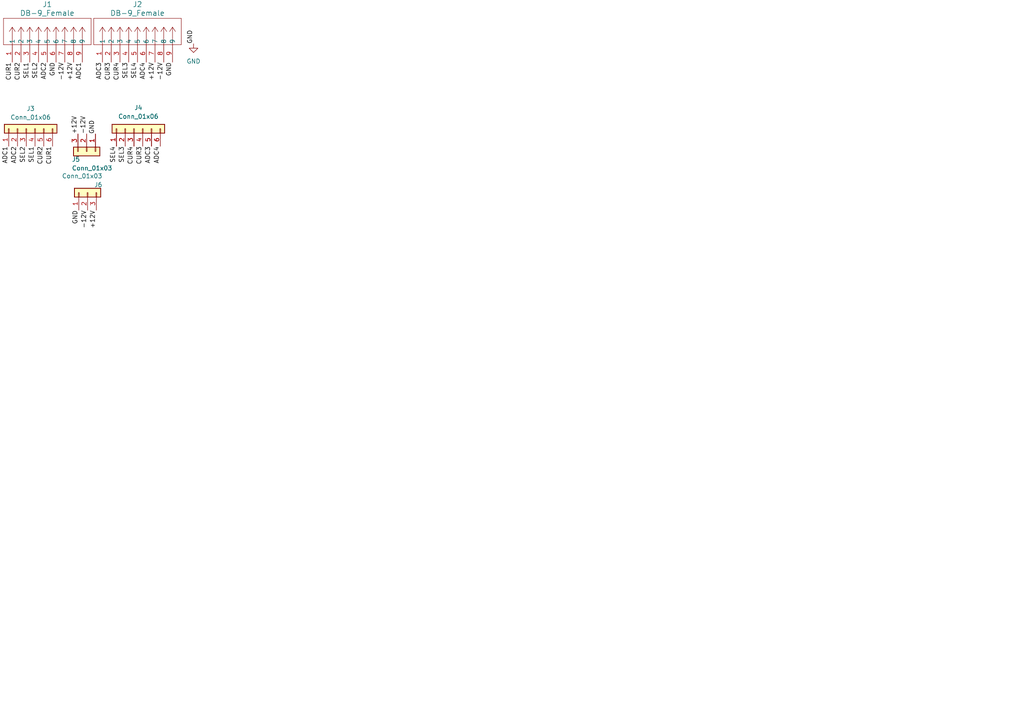
<source format=kicad_sch>
(kicad_sch (version 20230121) (generator eeschema)
  (paper "A4")
  (lib_symbols
    (symbol "Connector_Generic:Conn_01x03" (pin_names (offset 1.016) hide)
      (property "Reference" "J" (at 0 5.08 0))
      (property "Value" "Conn_01x03" (at 0 -5.08 0))
      (symbol "Conn_01x03_1_1"
        (rectangle (start -1.27 -2.413) (end 0 -2.667) (stroke (width 0.1524)))
        (rectangle (start -1.27 0.127) (end 0 -0.127) (stroke (width 0.1524)))
        (rectangle (start -1.27 2.667) (end 0 2.413) (stroke (width 0.1524)))
        (rectangle (start -1.27 3.81) (end 1.27 -3.81) (stroke (width 0.254)) (fill (type background)))
        (pin passive line (at -5.08 2.54 0) (length 3.81) (name "Pin_1") (number "1"))
        (pin passive line (at -5.08 0 0) (length 3.81) (name "Pin_2") (number "2"))
        (pin passive line (at -5.08 -2.54 0) (length 3.81) (name "Pin_3") (number "3"))
      )
    )
    (symbol "Connector_Generic:Conn_01x06" (pin_names (offset 1.016) hide)
      (property "Reference" "J" (at 0 7.62 0))
      (property "Value" "Conn_01x06" (at 0 -10.16 0))
      (symbol "Conn_01x06_1_1"
        (rectangle (start -1.27 -7.493) (end 0 -7.747) (stroke (width 0.1524)))
        (rectangle (start -1.27 -4.953) (end 0 -5.207) (stroke (width 0.1524)))
        (rectangle (start -1.27 -2.413) (end 0 -2.667) (stroke (width 0.1524)))
        (rectangle (start -1.27 0.127) (end 0 -0.127) (stroke (width 0.1524)))
        (rectangle (start -1.27 2.667) (end 0 2.413) (stroke (width 0.1524)))
        (rectangle (start -1.27 5.207) (end 0 4.953) (stroke (width 0.1524)))
        (rectangle (start -1.27 6.35) (end 1.27 -8.89) (stroke (width 0.254)) (fill (type background)))
        (pin passive line (at -5.08 5.08 0) (length 3.81) (name "Pin_1") (number "1"))
        (pin passive line (at -5.08 2.54 0) (length 3.81) (name "Pin_2") (number "2"))
        (pin passive line (at -5.08 0 0) (length 3.81) (name "Pin_3") (number "3"))
        (pin passive line (at -5.08 -2.54 0) (length 3.81) (name "Pin_4") (number "4"))
        (pin passive line (at -5.08 -5.08 0) (length 3.81) (name "Pin_5") (number "5"))
        (pin passive line (at -5.08 -7.62 0) (length 3.81) (name "Pin_6") (number "6"))
      )
    )
    (symbol "DB-9_Female:DB-9_Female" (pin_names (offset 0.254))
      (property "Reference" "J" (at 8.89 6.35 0))
      (property "Value" "DB-9_Female" (at 0 0 0))
      (symbol "DB-9_Female_1_1"
        (polyline (pts (xy 5.08 -22.86) (xy 12.7 -22.86)) (stroke (width 0.127)))
        (polyline (pts (xy 5.08 2.54) (xy 5.08 -22.86)) (stroke (width 0.127)))
        (polyline (pts (xy 10.16 -20.32) (xy 5.08 -20.32)) (stroke (width 0.127)))
        (polyline (pts (xy 10.16 -20.32) (xy 8.89 -21.1667)) (stroke (width 0.127)))
        (polyline (pts (xy 10.16 -20.32) (xy 8.89 -19.4733)) (stroke (width 0.127)))
        (polyline (pts (xy 10.16 -17.78) (xy 5.08 -17.78)) (stroke (width 0.127)))
        (polyline (pts (xy 10.16 -17.78) (xy 8.89 -18.6267)) (stroke (width 0.127)))
        (polyline (pts (xy 10.16 -17.78) (xy 8.89 -16.9333)) (stroke (width 0.127)))
        (polyline (pts (xy 10.16 -15.24) (xy 5.08 -15.24)) (stroke (width 0.127)))
        (polyline (pts (xy 10.16 -15.24) (xy 8.89 -16.0867)) (stroke (width 0.127)))
        (polyline (pts (xy 10.16 -15.24) (xy 8.89 -14.3933)) (stroke (width 0.127)))
        (polyline (pts (xy 10.16 -12.7) (xy 5.08 -12.7)) (stroke (width 0.127)))
        (polyline (pts (xy 10.16 -12.7) (xy 8.89 -13.5467)) (stroke (width 0.127)))
        (polyline (pts (xy 10.16 -12.7) (xy 8.89 -11.8533)) (stroke (width 0.127)))
        (polyline (pts (xy 10.16 -10.16) (xy 5.08 -10.16)) (stroke (width 0.127)))
        (polyline (pts (xy 10.16 -10.16) (xy 8.89 -11.0067)) (stroke (width 0.127)))
        (polyline (pts (xy 10.16 -10.16) (xy 8.89 -9.3133)) (stroke (width 0.127)))
        (polyline (pts (xy 10.16 -7.62) (xy 5.08 -7.62)) (stroke (width 0.127)))
        (polyline (pts (xy 10.16 -7.62) (xy 8.89 -8.4667)) (stroke (width 0.127)))
        (polyline (pts (xy 10.16 -7.62) (xy 8.89 -6.7733)) (stroke (width 0.127)))
        (polyline (pts (xy 10.16 -5.08) (xy 5.08 -5.08)) (stroke (width 0.127)))
        (polyline (pts (xy 10.16 -5.08) (xy 8.89 -5.9267)) (stroke (width 0.127)))
        (polyline (pts (xy 10.16 -5.08) (xy 8.89 -4.2333)) (stroke (width 0.127)))
        (polyline (pts (xy 10.16 -2.54) (xy 5.08 -2.54)) (stroke (width 0.127)))
        (polyline (pts (xy 10.16 -2.54) (xy 8.89 -3.3867)) (stroke (width 0.127)))
        (polyline (pts (xy 10.16 -2.54) (xy 8.89 -1.6933)) (stroke (width 0.127)))
        (polyline (pts (xy 10.16 0) (xy 5.08 0)) (stroke (width 0.127)))
        (polyline (pts (xy 10.16 0) (xy 8.89 -0.8467)) (stroke (width 0.127)))
        (polyline (pts (xy 10.16 0) (xy 8.89 0.8467)) (stroke (width 0.127)))
        (polyline (pts (xy 12.7 -22.86) (xy 12.7 2.54)) (stroke (width 0.127)))
        (polyline (pts (xy 12.7 2.54) (xy 5.08 2.54)) (stroke (width 0.127)))
        (pin unspecified line (at 0 0 0) (length 5.08) (name "1") (number "1"))
        (pin unspecified line (at 0 -2.54 0) (length 5.08) (name "2") (number "2"))
        (pin unspecified line (at 0 -5.08 0) (length 5.08) (name "3") (number "3"))
        (pin unspecified line (at 0 -7.62 0) (length 5.08) (name "4") (number "4"))
        (pin unspecified line (at 0 -10.16 0) (length 5.08) (name "5") (number "5"))
        (pin unspecified line (at 0 -12.7 0) (length 5.08) (name "6") (number "6"))
        (pin unspecified line (at 0 -15.24 0) (length 5.08) (name "7") (number "7"))
        (pin unspecified line (at 0 -17.78 0) (length 5.08) (name "8") (number "8"))
        (pin unspecified line (at 0 -20.32 0) (length 5.08) (name "9") (number "9"))
      )
      (symbol "DB-9_Female_1_2"
        (polyline (pts (xy 5.08 -22.86) (xy 12.7 -22.86)) (stroke (width 0.127)))
        (polyline (pts (xy 5.08 2.54) (xy 5.08 -22.86)) (stroke (width 0.127)))
        (polyline (pts (xy 7.62 -20.32) (xy 5.08 -20.32)) (stroke (width 0.127)))
        (polyline (pts (xy 7.62 -20.32) (xy 8.89 -21.1667)) (stroke (width 0.127)))
        (polyline (pts (xy 7.62 -20.32) (xy 8.89 -19.4733)) (stroke (width 0.127)))
        (polyline (pts (xy 7.62 -17.78) (xy 5.08 -17.78)) (stroke (width 0.127)))
        (polyline (pts (xy 7.62 -17.78) (xy 8.89 -18.6267)) (stroke (width 0.127)))
        (polyline (pts (xy 7.62 -17.78) (xy 8.89 -16.9333)) (stroke (width 0.127)))
        (polyline (pts (xy 7.62 -15.24) (xy 5.08 -15.24)) (stroke (width 0.127)))
        (polyline (pts (xy 7.62 -15.24) (xy 8.89 -16.0867)) (stroke (width 0.127)))
        (polyline (pts (xy 7.62 -15.24) (xy 8.89 -14.3933)) (stroke (width 0.127)))
        (polyline (pts (xy 7.62 -12.7) (xy 5.08 -12.7)) (stroke (width 0.127)))
        (polyline (pts (xy 7.62 -12.7) (xy 8.89 -13.5467)) (stroke (width 0.127)))
        (polyline (pts (xy 7.62 -12.7) (xy 8.89 -11.8533)) (stroke (width 0.127)))
        (polyline (pts (xy 7.62 -10.16) (xy 5.08 -10.16)) (stroke (width 0.127)))
        (polyline (pts (xy 7.62 -10.16) (xy 8.89 -11.0067)) (stroke (width 0.127)))
        (polyline (pts (xy 7.62 -10.16) (xy 8.89 -9.3133)) (stroke (width 0.127)))
        (polyline (pts (xy 7.62 -7.62) (xy 5.08 -7.62)) (stroke (width 0.127)))
        (polyline (pts (xy 7.62 -7.62) (xy 8.89 -8.4667)) (stroke (width 0.127)))
        (polyline (pts (xy 7.62 -7.62) (xy 8.89 -6.7733)) (stroke (width 0.127)))
        (polyline (pts (xy 7.62 -5.08) (xy 5.08 -5.08)) (stroke (width 0.127)))
        (polyline (pts (xy 7.62 -5.08) (xy 8.89 -5.9267)) (stroke (width 0.127)))
        (polyline (pts (xy 7.62 -5.08) (xy 8.89 -4.2333)) (stroke (width 0.127)))
        (polyline (pts (xy 7.62 -2.54) (xy 5.08 -2.54)) (stroke (width 0.127)))
        (polyline (pts (xy 7.62 -2.54) (xy 8.89 -3.3867)) (stroke (width 0.127)))
        (polyline (pts (xy 7.62 -2.54) (xy 8.89 -1.6933)) (stroke (width 0.127)))
        (polyline (pts (xy 7.62 0) (xy 5.08 0)) (stroke (width 0.127)))
        (polyline (pts (xy 7.62 0) (xy 8.89 -0.8467)) (stroke (width 0.127)))
        (polyline (pts (xy 7.62 0) (xy 8.89 0.8467)) (stroke (width 0.127)))
        (polyline (pts (xy 12.7 -22.86) (xy 12.7 2.54)) (stroke (width 0.127)))
        (polyline (pts (xy 12.7 2.54) (xy 5.08 2.54)) (stroke (width 0.127)))
        (pin unspecified line (at 0 0 0) (length 5.08) (name "1") (number "1"))
        (pin unspecified line (at 0 -2.54 0) (length 5.08) (name "2") (number "2"))
        (pin unspecified line (at 0 -5.08 0) (length 5.08) (name "3") (number "3"))
        (pin unspecified line (at 0 -7.62 0) (length 5.08) (name "4") (number "4"))
        (pin unspecified line (at 0 -10.16 0) (length 5.08) (name "5") (number "5"))
        (pin unspecified line (at 0 -12.7 0) (length 5.08) (name "6") (number "6"))
        (pin unspecified line (at 0 -15.24 0) (length 5.08) (name "7") (number "7"))
        (pin unspecified line (at 0 -17.78 0) (length 5.08) (name "8") (number "8"))
        (pin unspecified line (at 0 -20.32 0) (length 5.08) (name "9") (number "9"))
      )
    )
    (symbol "power:GND" (power) (pin_names (offset 0))
      (property "Value" "GND" (at 0 -3.81 0))
      (symbol "GND_0_1"
        (polyline (pts (xy 0 0) (xy 0 -1.27) (xy 1.27 -1.27) (xy 0 -2.54) (xy -1.27 -1.27) (xy 0 -1.27)))
      )
      (symbol "GND_1_1"
        (pin power_in line (at 0 0 270) (length 0) hide (name "GND") (number "1"))
      )
    )
  )
  (label "SEL3" (at 37.338 18.034 270))
  (label "+12V" (at 22.606 38.862 90))
  (label "CUR1" (at 15.24 42.418 270))
  (label "GND" (at 22.86 60.96 270))
  (label "SEL2" (at 11.176 18.034 270))
  (label "ADC4" (at 46.482 42.418 270))
  (label "ADC2" (at 13.716 18.034 270))
  (label "CUR1" (at 3.556 18.034 270))
  (label "-12V" (at 25.146 38.862 90))
  (label "GND" (at 27.686 38.862 90))
  (label "CUR3" (at 41.402 42.418 270))
  (label "CUR4" (at 34.798 18.034 270))
  (label "SEL2" (at 7.62 42.418 270))
  (label "SEL3" (at 36.322 42.418 270))
  (label "-12V" (at 47.498 18.034 270))
  (label "SEL1" (at 8.636 18.034 270))
  (label "SEL1" (at 10.16 42.418 270))
  (label "GND" (at 56.134 12.7 90))
  (label "-12V" (at 18.796 18.034 270))
  (label "GND" (at 16.256 18.034 270))
  (label "CUR2" (at 6.096 18.034 270))
  (label "ADC4" (at 42.418 18.034 270))
  (label "ADC3" (at 43.942 42.418 270))
  (label "ADC2" (at 5.08 42.418 270))
  (label "CUR3" (at 32.258 18.034 270))
  (label "+12V" (at 44.958 18.034 270))
  (label "CUR2" (at 12.7 42.418 270))
  (label "+12V" (at 21.336 18.034 270))
  (label "ADC1" (at 23.876 18.034 270))
  (label "SEL4" (at 33.782 42.418 270))
  (label "-12V" (at 25.4 60.96 270))
  (label "GND" (at 50.038 18.034 270))
  (label "SEL4" (at 39.878 18.034 270))
  (label "ADC3" (at 29.718 18.034 270))
  (label "ADC1" (at 2.54 42.418 270))
  (label "CUR4" (at 38.862 42.418 270))
  (label "+12V" (at 27.94 60.96 270))
  (symbol (lib_id "DB-9_Female:DB-9_Female") (at 29.718 18.034 90) (unit 1)
    (property "Reference" "J2" (at 39.878 1.27 90) (effects (font (size 1.524 1.524))))
    (property "Value" "DB-9_Female" (at 39.878 3.81 90) (effects (font (size 1.524 1.524))))
    (property "Footprint" "DB-9_Female:DB-9_Female" (effects hide))
    (property "Datasheet" "LD09P13A4GX00LF" (effects hide))
  )
  (symbol (lib_id "Connector_Generic:Conn_01x03") (at 25.146 43.942 270) (unit 1)
    (property "Reference" "J5" (at 20.828 46.228 90) (effects (justify left)))
    (property "Value" "Conn_01x03" (at 20.828 48.768 90) (effects (justify left)))
    (property "Footprint" "Connector_PinHeader_2.54mm:PinHeader_1x03_P2.54mm_Vertical" (effects hide))
  )
  (symbol (lib_id "Connector_Generic:Conn_01x06") (at 7.62 37.338 90) (unit 1)
    (property "Reference" "J3" (at 8.89 31.496 90))
    (property "Value" "Conn_01x06" (at 8.89 34.036 90))
    (property "Footprint" "Connector_PinHeader_2.54mm:PinHeader_1x06_P2.54mm_Vertical" (effects hide))
  )
  (symbol (lib_id "Connector_Generic:Conn_01x06") (at 38.862 37.338 90) (unit 1)
    (property "Reference" "J4" (at 40.132 31.242 90))
    (property "Value" "Conn_01x06" (at 40.132 33.782 90))
    (property "Footprint" "Connector_PinHeader_2.54mm:PinHeader_1x06_P2.54mm_Vertical" (effects hide))
  )
  (symbol (lib_id "DB-9_Female:DB-9_Female") (at 3.556 18.034 90) (unit 1)
    (property "Reference" "J1" (at 13.716 1.27 90) (effects (font (size 1.524 1.524))))
    (property "Value" "DB-9_Female" (at 13.716 3.81 90) (effects (font (size 1.524 1.524))))
    (property "Footprint" "DB-9_Female:DB-9_Female" (effects hide))
    (property "Datasheet" "LD09P13A4GX00LF" (effects hide))
  )
  (symbol (lib_id "Connector_Generic:Conn_01x03") (at 25.4 55.88 90) (unit 1)
    (property "Reference" "J6" (at 29.718 53.594 90) (effects (justify left)))
    (property "Value" "Conn_01x03" (at 29.718 51.054 90) (effects (justify left)))
    (property "Footprint" "Connector_PinHeader_2.54mm:PinHeader_1x03_P2.54mm_Vertical" (effects hide))
  )
  (symbol (lib_id "power:GND") (at 56.134 12.7 0) (unit 1)
    (property "Reference" "#PWR01" (effects hide))
    (property "Value" "GND" (at 56.134 17.78 0))
  )
)
</source>
